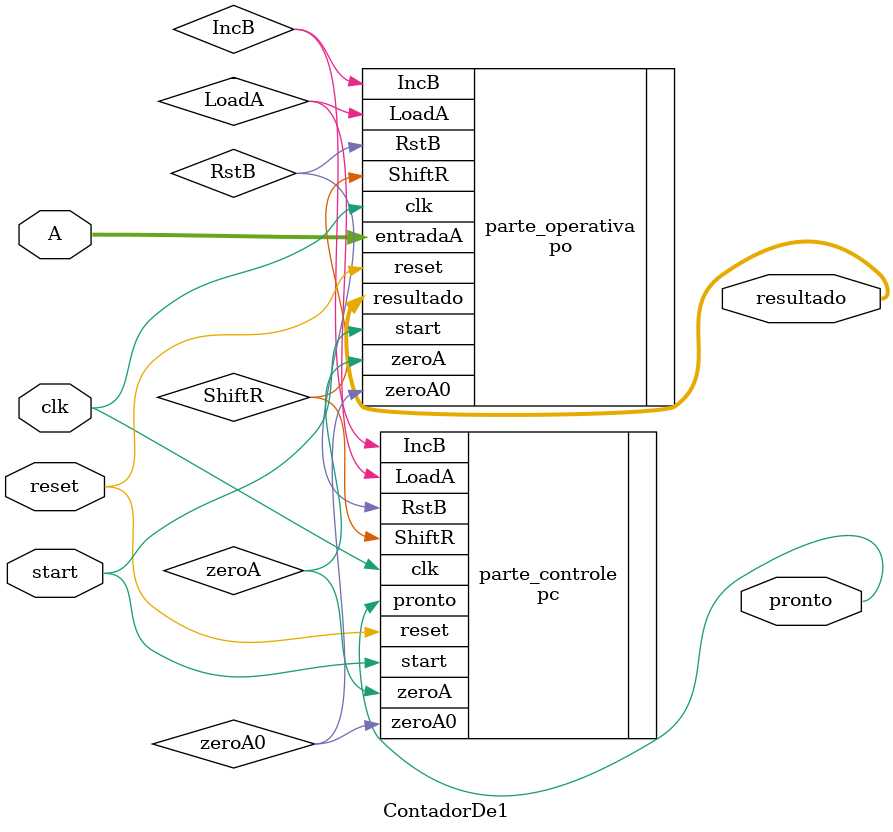
<source format=v>

module ContadorDe1(
input [15:0] A,
input clk, reset, start,
output [4:0] resultado,
output pronto
);

wire zeroA, zeroA0, IncB, LoadA, ShiftR, RstB;

pc parte_controle ( 
			.zeroA(zeroA),
			.zeroA0(zeroA0),
			.clk(clk),
			.reset(reset),
			.start(start),
			.IncB(IncB),
			.LoadA(LoadA),
			.ShiftR(ShiftR),
			.RstB(RstB),
			.pronto(pronto)
);

po parte_operativa(	
			.entradaA(A),
			.clk(clk),
			.reset(reset),
			.start(start),
			.IncB(IncB),
			.RstB(RstB),
			.LoadA(LoadA),
			.ShiftR(ShiftR),
			.zeroA(zeroA),
			.zeroA0(zeroA0),
			.resultado(resultado)
);



endmodule
</source>
